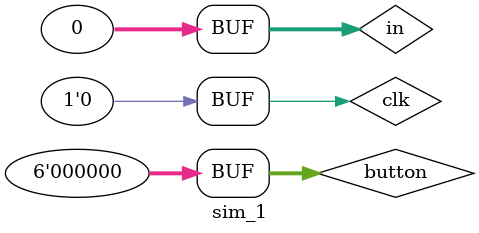
<source format=v>
`timescale 1ns / 1ps


module sim_1;
    // Inputs
    reg [31:0]in;
    reg [5:0]button;
    reg clk;
    // Outputs
    wire [31:0] outA;
	wire [31:0] outB;
    Segment_top uut(
                    .BUTTON(button),
                    .DATA_IN(in),
                    .DATA_OUT(outA),
                    .clk(clk),
					.R_B_DATA(outB)
                    );
    initial begin
        // Initialize Inputs
		in = 0;
		button = 0;
        clk = 0;
        
		// Wait 100 ns for global reset to finish
		#100;
		
		//输入三个地址
		#50
		in = 32'b00000_00001_00000_00000000000000000;
		button = 6'b100000;
		//输入数值
		#50
		button = 6'b010000;
		in = 32'h0000_000A;
		//写入
		#50
		button = 6'b000110;
		clk = 1;
		in = 0;
		//读数据
		#50
		clk = 0;
		button = 6'b000000;
		in = 32'h0000_0000;

		//输入三个地址
		#50
		in = 32'b00000_00001_00001_00000000000000000;
		button = 6'b100000;
		//输入数值
		#50
		button = 6'b010000;
		in = 32'h0000_0AAA;
		//写入
		#50
		button = 6'b000110;
		clk = 1;
		in = 0;
		//读数据
		#50
		clk = 0;
		button = 6'b000000;
		in = 32'h0000_0000;

		//输入三个地址
		#50
		in = 32'b00001_00010_00010_00000000000000000;
		button = 6'b100000;
		//输入数值
		#50
		button = 6'b010000;
		in = 32'h1234_5AAA;
		//写入
		#50
		button = 6'b000110;
		clk = 1;
		in = 0;
		//读数据
		#50
		clk = 0;
		button = 6'b000000;
		in = 32'h0000_0000;

		//输入三个地址
		#50
		in = 32'b000010_00011_00011_00000000000000000;
		button = 6'b100000;
		//输入数值
		#50
		button = 6'b010000;
		in = 32'h8765_4AAA;
		//写入
		#50
		button = 6'b000110;
		clk = 1;
		in = 0;
		//读数据
		#50
		clk = 0;
		button = 6'b000000;
		in = 32'h0000_0000;
		end
endmodule

</source>
